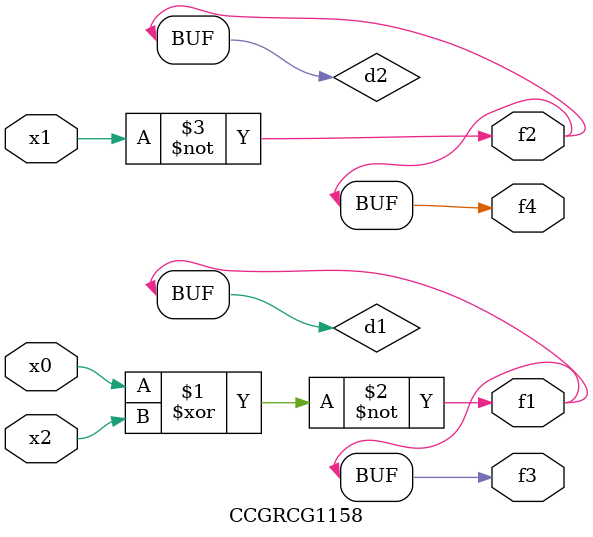
<source format=v>
module CCGRCG1158(
	input x0, x1, x2,
	output f1, f2, f3, f4
);

	wire d1, d2, d3;

	xnor (d1, x0, x2);
	nand (d2, x1);
	nor (d3, x1, x2);
	assign f1 = d1;
	assign f2 = d2;
	assign f3 = d1;
	assign f4 = d2;
endmodule

</source>
